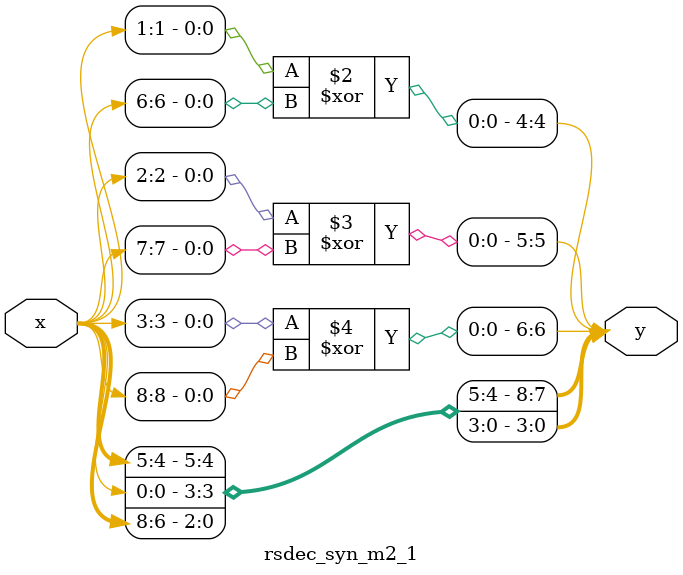
<source format=v>
module rsdec_syn_m2_1 (y, x);
	input [8:0] x;
	output [8:0] y;
	reg [8:0] y;
	always @ (x)
	begin
		y[0] = x[6];
		y[1] = x[7];
		y[2] = x[8];
		y[3] = x[0];
		y[4] = x[1] ^ x[6];
		y[5] = x[2] ^ x[7];
		y[6] = x[3] ^ x[8];
		y[7] = x[4];
		y[8] = x[5];
	end
endmodule
</source>
